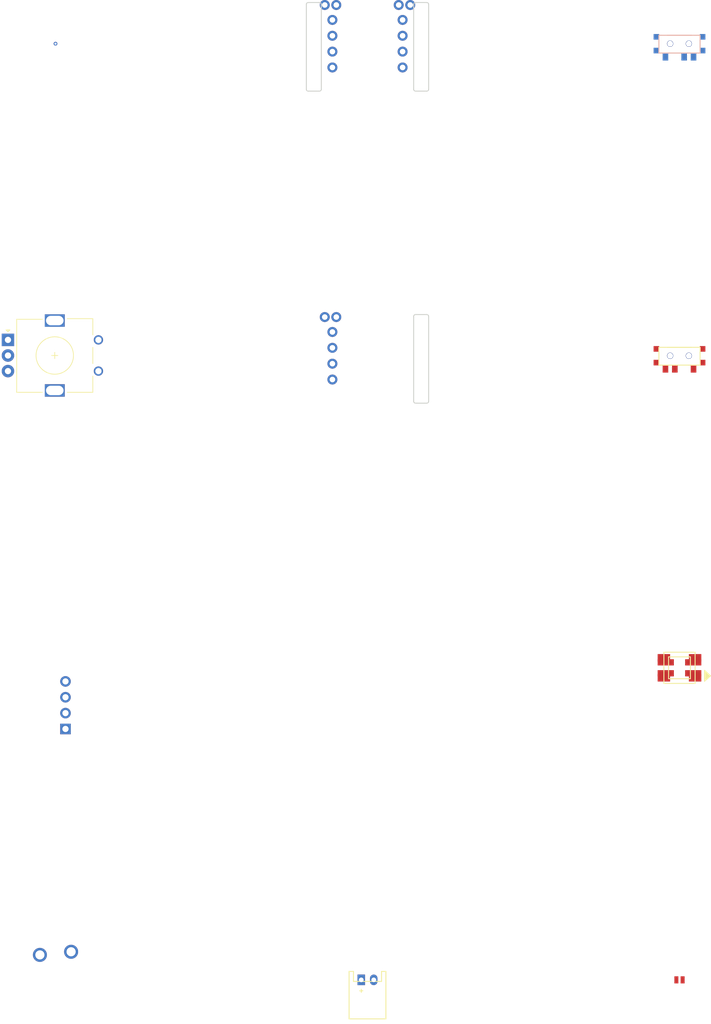
<source format=kicad_pcb>

            
(kicad_pcb (version 20171130) (host pcbnew 5.1.6)

  (page A3)
  (title_block
    (title pcb)
    (rev v1.0.0)
    (company Unknown)
  )

  (general
    (thickness 1.6)
  )

  (layers
    (0 F.Cu signal)
    (31 B.Cu signal)
    (32 B.Adhes user)
    (33 F.Adhes user)
    (34 B.Paste user)
    (35 F.Paste user)
    (36 B.SilkS user)
    (37 F.SilkS user)
    (38 B.Mask user)
    (39 F.Mask user)
    (40 Dwgs.User user)
    (41 Cmts.User user)
    (42 Eco1.User user)
    (43 Eco2.User user)
    (44 Edge.Cuts user)
    (45 Margin user)
    (46 B.CrtYd user)
    (47 F.CrtYd user)
    (48 B.Fab user)
    (49 F.Fab user)
  )

  (setup
    (last_trace_width 0.25)
    (trace_clearance 0.2)
    (zone_clearance 0.508)
    (zone_45_only no)
    (trace_min 0.2)
    (via_size 0.8)
    (via_drill 0.4)
    (via_min_size 0.4)
    (via_min_drill 0.3)
    (uvia_size 0.3)
    (uvia_drill 0.1)
    (uvias_allowed no)
    (uvia_min_size 0.2)
    (uvia_min_drill 0.1)
    (edge_width 0.05)
    (segment_width 0.2)
    (pcb_text_width 0.3)
    (pcb_text_size 1.5 1.5)
    (mod_edge_width 0.12)
    (mod_text_size 1 1)
    (mod_text_width 0.15)
    (pad_size 1.524 1.524)
    (pad_drill 0.762)
    (pad_to_mask_clearance 0.05)
    (aux_axis_origin 0 0)
    (visible_elements FFFFFF7F)
    (pcbplotparams
      (layerselection 0x010fc_ffffffff)
      (usegerberextensions false)
      (usegerberattributes true)
      (usegerberadvancedattributes true)
      (creategerberjobfile true)
      (excludeedgelayer true)
      (linewidth 0.100000)
      (plotframeref false)
      (viasonmask false)
      (mode 1)
      (useauxorigin false)
      (hpglpennumber 1)
      (hpglpenspeed 20)
      (hpglpendiameter 15.000000)
      (psnegative false)
      (psa4output false)
      (plotreference true)
      (plotvalue true)
      (plotinvisibletext false)
      (padsonsilk false)
      (subtractmaskfromsilk false)
      (outputformat 1)
      (mirror false)
      (drillshape 1)
      (scaleselection 1)
      (outputdirectory ""))
  )

            (net 0 "")
(net 1 "from")
(net 2 "to")
(net 3 "pos")
(net 4 "neg")
(net 5 "VCC")
(net 6 "GND")
(net 7 "SDA")
(net 8 "SCL")
(net 9 "din")
(net 10 "dout")
(net 11 "A")
(net 12 "B")
(net 13 "C")
(net 14 "D")
(net 15 "net")
            
  (net_class Default "This is the default net class."
    (clearance 0.2)
    (trace_width 0.25)
    (via_dia 0.8)
    (via_drill 0.4)
    (uvia_dia 0.3)
    (uvia_drill 0.1)
    (add_net "")
(add_net "from")
(add_net "to")
(add_net "pos")
(add_net "neg")
(add_net "VCC")
(add_net "GND")
(add_net "SDA")
(add_net "SCL")
(add_net "din")
(add_net "dout")
(add_net "A")
(add_net "B")
(add_net "C")
(add_net "D")
(add_net "net")
  )

            

    (module ALPS (layer F.Cu) (tedit 5CF31DEF)

        (at 0 0 0)
        
        
        (fp_text reference "S1" (at 0 0) (layer F.SilkS) hide (effects (font (size 1.27 1.27) (thickness 0.15))))
        (fp_text value "" (at 0 0) (layer F.SilkS) hide (effects (font (size 1.27 1.27) (thickness 0.15))))
        
        
        (fp_line (start -7 -6) (end -7 -7) (layer Dwgs.User) (width 0.15))
        (fp_line (start -7 7) (end -6 7) (layer Dwgs.User) (width 0.15))
        (fp_line (start -6 -7) (end -7 -7) (layer Dwgs.User) (width 0.15))
        (fp_line (start -7 7) (end -7 6) (layer Dwgs.User) (width 0.15))
        (fp_line (start 7 6) (end 7 7) (layer Dwgs.User) (width 0.15))
        (fp_line (start 7 -7) (end 6 -7) (layer Dwgs.User) (width 0.15))
        (fp_line (start 6 7) (end 7 7) (layer Dwgs.User) (width 0.15))
        (fp_line (start 7 -7) (end 7 -6) (layer Dwgs.User) (width 0.15))

        
        (pad 1 thru_hole circle (at 2.5 -4.5) (size 2.25 2.25) (drill 1.47) (layers *.Cu *.Mask) (net 1 "from"))
        (pad 2 thru_hole circle (at -2.5 -4) (size 2.25 2.25) (drill 1.47) (layers *.Cu *.Mask) (net 2 "to"))
    )

    

    
    (module JST_PH_S2B-PH-K_02x2.00mm_Angled (layer F.Cu) (tedit 58D3FE32)

        (descr "JST PH series connector, S2B-PH-K, side entry type, through hole, Datasheet: http://www.jst-mfg.com/product/pdf/eng/ePH.pdf")
        (tags "connector jst ph")

        (at 50 0 0)

        
        (fp_text reference "JST1" (at 0 0) (layer F.SilkS) hide (effects (font (size 1.27 1.27) (thickness 0.15))))
        (fp_text value "" (at 0 0) (layer F.SilkS) hide (effects (font (size 1.27 1.27) (thickness 0.15))))

        (fp_line (start -2.25 0.25) (end -2.25 -1.35) (layer F.SilkS) (width 0.15))
        (fp_line (start -2.25 -1.35) (end -2.95 -1.35) (layer F.SilkS) (width 0.15))
        (fp_line (start -2.95 -1.35) (end -2.95 6.25) (layer F.SilkS) (width 0.15))
        (fp_line (start -2.95 6.25) (end 2.95 6.25) (layer F.SilkS) (width 0.15))
        (fp_line (start 2.95 6.25) (end 2.95 -1.35) (layer F.SilkS) (width 0.15))
        (fp_line (start 2.95 -1.35) (end 2.25 -1.35) (layer F.SilkS) (width 0.15))
        (fp_line (start 2.25 -1.35) (end 2.25 0.25) (layer F.SilkS) (width 0.15))
        (fp_line (start 2.25 0.25) (end -2.25 0.25) (layer F.SilkS) (width 0.15))

        (fp_line (start -1 1.5) (end -1 2.0) (layer F.SilkS) (width 0.15))
        (fp_line (start -1.25 1.75) (end -0.75 1.75) (layer F.SilkS) (width 0.15))

        (pad 1 thru_hole rect (at -1 0 0) (size 1.2 1.7) (drill 0.75) (layers *.Cu *.Mask) (net 3 "pos"))
        (pad 2 thru_hole oval (at 1 0 0) (size 1.2 1.7) (drill 0.75) (layers *.Cu *.Mask) (net 4 "neg"))
            
    )
    
    

        (module lib:Jumper (layer F.Cu) (tedit 5E1ADAC2)
        (at 100 0 0) 

                
        (fp_text reference "J1" (at 0 0) (layer F.SilkS) hide (effects (font (size 1.27 1.27) (thickness 0.15))))
        (fp_text value Jumper (at 0 -7.3) (layer F.Fab) (effects (font (size 1 1) (thickness 0.15))))

        
        (pad 1 smd rect (at -0.50038 0 0) (size 0.635 1.143) (layers F.Cu F.Paste F.Mask)
        (clearance 0.1905) (net 1 "from"))
        (pad 2 smd rect (at 0.50038 0 0) (size 0.635 1.143) (layers F.Cu F.Paste F.Mask)
        (clearance 0.1905) (net 2 "to")))
    

        (module lib:OLED_headers (layer F.Cu) (tedit 5E1ADAC2)
        (at 0 -50 0) 

                
        (fp_text reference "OLED1" (at 0 0) (layer F.SilkS) hide (effects (font (size 1.27 1.27) (thickness 0.15))))
        (fp_text value OLED (at 0 -7.3) (layer F.Fab) (effects (font (size 1 1) (thickness 0.15))))

        
        (pad 4 thru_hole oval (at 1.6 2.18 270) (size 1.7 1.7) (drill 1) (layers *.Cu *.Mask)
        (net 7 "SDA"))
        (pad 3 thru_hole oval (at 1.6 4.72 270) (size 1.7 1.7) (drill 1) (layers *.Cu *.Mask)
        (net 8 "SCL"))
        (pad 2 thru_hole oval (at 1.6 7.26 270) (size 1.7 1.7) (drill 1) (layers *.Cu *.Mask)
        (net 5 "VCC"))
        (pad 1 thru_hole rect (at 1.6 9.8 270) (size 1.7 1.7) (drill 1) (layers *.Cu *.Mask)
        (net 6 "GND"))
        )
        

    
    (module OMRON_B3F-4055 (layer F.Cu) (tstamp 5BF2CC94)

        (at 50 -50 0)
        
        (fp_text reference "S2" (at 0 0) (layer F.SilkS) hide (effects (font (size 1.27 1.27) (thickness 0.15))))
        (fp_text value "" (at 0 0) (layer F.SilkS) hide (effects (font (size 1.27 1.27) (thickness 0.15))))
        
        
        (pad "" np_thru_hole circle (at 0 -4.5) (size 1.8 1.8) (drill 1.8) (layers *.Cu *.Mask))
        (pad "" np_thru_hole circle (at 0 4.5) (size 1.8 1.8) (drill 1.8) (layers *.Cu *.Mask))

        
        (fp_line (start -6 -6) (end 6 -6) (layer Dwgs.User) (width 0.15))
        (fp_line (start 6 -6) (end 6 6) (layer Dwgs.User) (width 0.15))
        (fp_line (start 6 6) (end -6 6) (layer Dwgs.User) (width 0.15))
        (fp_line (start -6 6) (end -6 -6) (layer Dwgs.User) (width 0.15))

        
        (pad 1 np_thru_hole circle (at 6.25 -2.5) (size 1.2 1.2) (drill 1.2) (layers *.Cu *.Mask) (net 1 "from"))
        (pad 2 np_thru_hole circle (at -6.25 -2.5) (size 1.2 1.2) (drill 1.2) (layers *.Cu *.Mask) (net 1 "from"))
        (pad 3 np_thru_hole circle (at 6.25 2.5) (size 1.2 1.2) (drill 1.2) (layers *.Cu *.Mask) (net 2 "to"))
        (pad 4 np_thru_hole circle (at -6.25 2.5 ) (size 1.2 1.2) (drill 1.2) (layers *.Cu *.Mask) (net 2 "to"))
    )
    
    

    
        (module WS2812B (layer F.Cu) (tedit 53BEE615)

            (at 100 -50 0)

            
            (fp_text reference "LED1" (at 0 0) (layer F.SilkS) hide (effects (font (size 1.27 1.27) (thickness 0.15))))
            (fp_text value "" (at 0 0) (layer F.SilkS) hide (effects (font (size 1.27 1.27) (thickness 0.15))))

            (fp_line (start -1.75 -1.75) (end -1.75 1.75) (layer F.SilkS) (width 0.15))
            (fp_line (start -1.75 1.75) (end 1.75 1.75) (layer F.SilkS) (width 0.15))
            (fp_line (start 1.75 1.75) (end 1.75 -1.75) (layer F.SilkS) (width 0.15))
            (fp_line (start 1.75 -1.75) (end -1.75 -1.75) (layer F.SilkS) (width 0.15))

            (fp_line (start -2.5 -2.5) (end -2.5 2.5) (layer F.SilkS) (width 0.15))
            (fp_line (start -2.5 2.5) (end 2.5 2.5) (layer F.SilkS) (width 0.15))
            (fp_line (start 2.5 2.5) (end 2.5 -2.5) (layer F.SilkS) (width 0.15))
            (fp_line (start 2.5 -2.5) (end -2.5 -2.5) (layer F.SilkS) (width 0.15))

            (fp_poly (pts (xy 4 2.2) (xy 4 0.375) (xy 5 1.2875)) (layer F.SilkS) (width 0.1))

            (pad 1 smd rect (at -2.2 -0.875 0) (size 2.6 1) (layers F.Cu F.Paste F.Mask) (net 5 "VCC"))
            (pad 2 smd rect (at -2.2 0.875 0) (size 2.6 1) (layers F.Cu F.Paste F.Mask) (net 10 "dout"))
            (pad 3 smd rect (at 2.2 0.875 0) (size 2.6 1) (layers F.Cu F.Paste F.Mask) (net 6 "GND"))
            (pad 4 smd rect (at 2.2 -0.875 0) (size 2.6 1) (layers F.Cu F.Paste F.Mask) (net 9 "din"))

            (pad 11 smd rect (at -2.5 -1.6 0) (size 2 1.2) (layers F.Cu F.Paste F.Mask) (net 5 "VCC"))
            (pad 22 smd rect (at -2.5 1.6 0) (size 2 1.2) (layers F.Cu F.Paste F.Mask) (net 10 "dout"))
            (pad 33 smd rect (at 2.5 1.6 0) (size 2 1.2) (layers F.Cu F.Paste F.Mask) (net 6 "GND"))
            (pad 44 smd rect (at 2.5 -1.6 0) (size 2 1.2) (layers F.Cu F.Paste F.Mask) (net 9 "din"))
            
        )
    
    

        (module rotary_encoder (layer F.Cu) (tedit 603326DE)

            (at 0 -100 0)
        
            
            (fp_text reference "ROT1" (at 0 0.5) (layer F.SilkS) 
                hide (effects (font (size 1 1) (thickness 0.15))))
            (fp_text value "" (at 0 8.89) (layer F.Fab)
                (effects (font (size 1 1) (thickness 0.15))))

            
            (fp_line (start -0.62 -0.04) (end 0.38 -0.04) (layer F.SilkS) (width 0.12))
            (fp_line (start -0.12 -0.54) (end -0.12 0.46) (layer F.SilkS) (width 0.12))
            (fp_line (start 5.98 3.26) (end 5.98 5.86) (layer F.SilkS) (width 0.12))
            (fp_line (start 5.98 -1.34) (end 5.98 1.26) (layer F.SilkS) (width 0.12))
            (fp_line (start 5.98 -5.94) (end 5.98 -3.34) (layer F.SilkS) (width 0.12))
            (fp_line (start -3.12 -0.04) (end 2.88 -0.04) (layer F.Fab) (width 0.12))
            (fp_line (start -0.12 -3.04) (end -0.12 2.96) (layer F.Fab) (width 0.12))
            (fp_line (start -7.32 -4.14) (end -7.62 -3.84) (layer F.SilkS) (width 0.12))
            (fp_line (start -7.92 -4.14) (end -7.32 -4.14) (layer F.SilkS) (width 0.12))
            (fp_line (start -7.62 -3.84) (end -7.92 -4.14) (layer F.SilkS) (width 0.12))
            (fp_line (start -6.22 -5.84) (end -6.22 5.86) (layer F.SilkS) (width 0.12))
            (fp_line (start -2.12 -5.84) (end -6.22 -5.84) (layer F.SilkS) (width 0.12))
            (fp_line (start -2.12 5.86) (end -6.22 5.86) (layer F.SilkS) (width 0.12))
            (fp_line (start 5.98 5.86) (end 1.88 5.86) (layer F.SilkS) (width 0.12))
            (fp_line (start 1.88 -5.94) (end 5.98 -5.94) (layer F.SilkS) (width 0.12))
            (fp_line (start -6.12 -4.74) (end -5.12 -5.84) (layer F.Fab) (width 0.12))
            (fp_line (start -6.12 5.76) (end -6.12 -4.74) (layer F.Fab) (width 0.12))
            (fp_line (start 5.88 5.76) (end -6.12 5.76) (layer F.Fab) (width 0.12))
            (fp_line (start 5.88 -5.84) (end 5.88 5.76) (layer F.Fab) (width 0.12))
            (fp_line (start -5.12 -5.84) (end 5.88 -5.84) (layer F.Fab) (width 0.12))
            (fp_line (start -8.87 -6.89) (end 7.88 -6.89) (layer F.CrtYd) (width 0.05))
            (fp_line (start -8.87 -6.89) (end -8.87 6.81) (layer F.CrtYd) (width 0.05))
            (fp_line (start 7.88 6.81) (end 7.88 -6.89) (layer F.CrtYd) (width 0.05))
            (fp_line (start 7.88 6.81) (end -8.87 6.81) (layer F.CrtYd) (width 0.05))
            (fp_circle (center -0.12 -0.04) (end 2.88 -0.04) (layer F.SilkS) (width 0.12))
            (fp_circle (center -0.12 -0.04) (end 2.88 -0.04) (layer F.Fab) (width 0.12))

            
            (pad A thru_hole rect (at -7.62 -2.54 0) (size 2 2) (drill 1) (layers *.Cu *.Mask) (net 11 "A"))
            (pad C thru_hole circle (at -7.62 -0.04) (size 2 2) (drill 1) (layers *.Cu *.Mask) (net 13 "C"))
            (pad B thru_hole circle (at -7.62 2.46) (size 2 2) (drill 1) (layers *.Cu *.Mask) (net 12 "B"))
            (pad 1 thru_hole circle (at 6.88 -2.54) (size 1.5 1.5) (drill 1) (layers *.Cu *.Mask) (net 1 "from"))
            (pad 2 thru_hole circle (at 6.88 2.46) (size 1.5 1.5) (drill 1) (layers *.Cu *.Mask) (net 2 "to"))

            
            (pad "" thru_hole rect (at -0.12 -5.64 0) (size 3.2 2) (drill oval 2.8 1.5) (layers *.Cu *.Mask))
            (pad "" thru_hole rect (at -0.12 5.56 0)  (size 3.2 2) (drill oval 2.8 1.5) (layers *.Cu *.Mask))
        )
    

        
        (module RollerEncoder_Panasonic_EVQWGD001 (layer F.Cu) (tedit 6040A10C)
        (at 50 -100 0)   
        (fp_text reference REF** (at 0 0 0) (layer F.Fab) (effects (font (size 1 1) (thickness 0.15))))
        (fp_text value RollerEncoder_Panasonic_EVQWGD001 (at -0.1 9 0) (layer F.Fab) (effects (font (size 1 1) (thickness 0.15))))
        
        
        (fp_line (start -8.4 -6.4) (end 8.4 -6.4) (layer Dwgs.User) (width 0.12))
        (fp_line (start 8.4 -6.4) (end 8.4 7.4) (layer Dwgs.User) (width 0.12))
        (fp_line (start 8.4 7.4) (end -8.4 7.4) (layer Dwgs.User) (width 0.12))
        (fp_line (start -8.4 7.4) (end -8.4 -6.4) (layer Dwgs.User) (width 0.12))
      
        
          
          (fp_line (start 9.8 7.3) (end 9.8 -6.3) (layer Edge.Cuts) (width 0.15))
          (fp_line (start 7.4 -6.3) (end 7.4 7.3) (layer Edge.Cuts) (width 0.15))
          (fp_line (start 9.5 -6.6) (end 7.7 -6.6) (layer Edge.Cuts) (width 0.15))
          (fp_line (start 7.7 7.6) (end 9.5 7.6) (layer Edge.Cuts) (width 0.15))
          (fp_arc (start 7.7 7.3) (end 7.4 7.3) (angle -90) (layer Edge.Cuts) (width 0.15))
          (fp_arc (start 9.5 7.3) (end 9.5 7.6) (angle -90) (layer Edge.Cuts) (width 0.15))
          (fp_arc (start 7.7 -6.3) (end 7.7 -6.6) (angle -90) (layer Edge.Cuts) (width 0.15))
          (fp_arc (start 9.5 -6.3) (end 9.8 -6.3) (angle -90) (layer Edge.Cuts) (width 0.15))

          
          (pad S1 thru_hole circle (at -6.85 -6.2 0) (size 1.6 1.6) (drill 0.9) (layers *.Cu *.Mask) (net 1 "from"))
          (pad S2 thru_hole circle (at -5 -6.2 0) (size 1.6 1.6) (drill 0.9) (layers *.Cu *.Mask) (net 2 "to"))
          (pad A thru_hole circle (at -5.625 -3.81 0) (size 1.6 1.6) (drill 0.9) (layers *.Cu *.Mask) (net 11 "A"))
          (pad B thru_hole circle (at -5.625 -1.27 0) (size 1.6 1.6) (drill 0.9) (layers *.Cu *.Mask) (net 12 "B"))
          (pad C thru_hole circle (at -5.625 1.27 0) (size 1.6 1.6) (drill 0.9) (layers *.Cu *.Mask) (net 13 "C"))
          (pad D thru_hole circle (at -5.625 3.81 0) (size 1.6 1.6) (drill 0.9) (layers *.Cu *.Mask) (net 14 "D"))

          
          (pad "" np_thru_hole circle (at -5.625 6.3 0) (size 1.5 1.5) (drill 1.5) (layers *.Cu *.Mask))
        )
        

        
        (module E73:SPDT_C128955 (layer F.Cu) (tstamp 5BF2CC3C)

            (at 100 -100 0)

            
            (fp_text reference "T1" (at 0 0) (layer F.SilkS) hide (effects (font (size 1.27 1.27) (thickness 0.15))))
            (fp_text value "" (at 0 0) (layer F.SilkS) hide (effects (font (size 1.27 1.27) (thickness 0.15))))
            
            
            (fp_line (start 1.95 -1.35) (end -1.95 -1.35) (layer F.SilkS) (width 0.15))
            (fp_line (start 0 -1.35) (end -3.3 -1.35) (layer F.SilkS) (width 0.15))
            (fp_line (start -3.3 -1.35) (end -3.3 1.5) (layer F.SilkS) (width 0.15))
            (fp_line (start -3.3 1.5) (end 3.3 1.5) (layer F.SilkS) (width 0.15))
            (fp_line (start 3.3 1.5) (end 3.3 -1.35) (layer F.SilkS) (width 0.15))
            (fp_line (start 0 -1.35) (end 3.3 -1.35) (layer F.SilkS) (width 0.15))
            
            
            (fp_line (start -1.95 -3.85) (end 1.95 -3.85) (layer Dwgs.User) (width 0.15))
            (fp_line (start 1.95 -3.85) (end 1.95 -1.35) (layer Dwgs.User) (width 0.15))
            (fp_line (start -1.95 -1.35) (end -1.95 -3.85) (layer Dwgs.User) (width 0.15))
            
            
            (pad "" np_thru_hole circle (at 1.5 0) (size 1 1) (drill 0.9) (layers *.Cu *.Mask))
            (pad "" np_thru_hole circle (at -1.5 0) (size 1 1) (drill 0.9) (layers *.Cu *.Mask))

            
            (pad 1 smd rect (at 2.25 2.075 0) (size 0.9 1.25) (layers F.Cu F.Paste F.Mask) (net 1 "from"))
            (pad 2 smd rect (at -0.75 2.075 0) (size 0.9 1.25) (layers F.Cu F.Paste F.Mask) (net 2 "to"))
            (pad 3 smd rect (at -2.25 2.075 0) (size 0.9 1.25) (layers F.Cu F.Paste F.Mask))
            
            
            (pad "" smd rect (at 3.7 -1.1 0) (size 0.9 0.9) (layers F.Cu F.Paste F.Mask))
            (pad "" smd rect (at 3.7 1.1 0) (size 0.9 0.9) (layers F.Cu F.Paste F.Mask))
            (pad "" smd rect (at -3.7 1.1 0) (size 0.9 0.9) (layers F.Cu F.Paste F.Mask))
            (pad "" smd rect (at -3.7 -1.1 0) (size 0.9 0.9) (layers F.Cu F.Paste F.Mask))
        )
        
        

      (module VIA-0.6mm (layer F.Cu) (tedit 591DBFB0)
      (at 0 -150 0)   
      
      (fp_text reference REF** (at 0 1.4) (layer F.SilkS) hide (effects (font (size 1 1) (thickness 0.15))))
      (fp_text value VIA-0.6mm (at 0 -1.4) (layer F.Fab) hide (effects (font (size 1 1) (thickness 0.15))))

      
      (pad 1 thru_hole circle (at 0 0) (size 0.6 0.6) (drill 0.3) (layers *.Cu) (zone_connect 2) (net 15 "net"))
      )
    

        
        (module RollerEncoder_Panasonic_EVQWGD001 (layer F.Cu) (tedit 6040A10C)
        (at 50 -150 0)   
        (fp_text reference REF** (at 0 0 0) (layer F.Fab) (effects (font (size 1 1) (thickness 0.15))))
        (fp_text value RollerEncoder_Panasonic_EVQWGD001 (at -0.1 9 0) (layer F.Fab) (effects (font (size 1 1) (thickness 0.15))))
        
        
        (fp_line (start -8.4 -6.4) (end 8.4 -6.4) (layer Dwgs.User) (width 0.12))
        (fp_line (start 8.4 -6.4) (end 8.4 7.4) (layer Dwgs.User) (width 0.12))
        (fp_line (start 8.4 7.4) (end -8.4 7.4) (layer Dwgs.User) (width 0.12))
        (fp_line (start -8.4 7.4) (end -8.4 -6.4) (layer Dwgs.User) (width 0.12))
      
        
          
          (fp_line (start 9.8 7.3) (end 9.8 -6.3) (layer Edge.Cuts) (width 0.15))
          (fp_line (start 7.4 -6.3) (end 7.4 7.3) (layer Edge.Cuts) (width 0.15))
          (fp_line (start 9.5 -6.6) (end 7.7 -6.6) (layer Edge.Cuts) (width 0.15))
          (fp_line (start 7.7 7.6) (end 9.5 7.6) (layer Edge.Cuts) (width 0.15))
          (fp_arc (start 7.7 7.3) (end 7.4 7.3) (angle -90) (layer Edge.Cuts) (width 0.15))
          (fp_arc (start 9.5 7.3) (end 9.5 7.6) (angle -90) (layer Edge.Cuts) (width 0.15))
          (fp_arc (start 7.7 -6.3) (end 7.7 -6.6) (angle -90) (layer Edge.Cuts) (width 0.15))
          (fp_arc (start 9.5 -6.3) (end 9.8 -6.3) (angle -90) (layer Edge.Cuts) (width 0.15))

          
          (pad S1 thru_hole circle (at -6.85 -6.2 0) (size 1.6 1.6) (drill 0.9) (layers *.Cu *.Mask) (net 1 "from"))
          (pad S2 thru_hole circle (at -5 -6.2 0) (size 1.6 1.6) (drill 0.9) (layers *.Cu *.Mask) (net 2 "to"))
          (pad A thru_hole circle (at -5.625 -3.81 0) (size 1.6 1.6) (drill 0.9) (layers *.Cu *.Mask) (net 11 "A"))
          (pad B thru_hole circle (at -5.625 -1.27 0) (size 1.6 1.6) (drill 0.9) (layers *.Cu *.Mask) (net 12 "B"))
          (pad C thru_hole circle (at -5.625 1.27 0) (size 1.6 1.6) (drill 0.9) (layers *.Cu *.Mask) (net 13 "C"))
          (pad D thru_hole circle (at -5.625 3.81 0) (size 1.6 1.6) (drill 0.9) (layers *.Cu *.Mask) (net 14 "D"))

          
          (pad "" np_thru_hole circle (at -5.625 6.3 0) (size 1.5 1.5) (drill 1.5) (layers *.Cu *.Mask))
        
        
          
          (fp_line (start -9.8 7.3) (end -9.8 -6.3) (layer Edge.Cuts) (width 0.15))
          (fp_line (start -7.4 -6.3) (end -7.4 7.3) (layer Edge.Cuts) (width 0.15))
          (fp_line (start -9.5 -6.6) (end -7.7 -6.6) (layer Edge.Cuts) (width 0.15))
          (fp_line (start -7.7 7.6) (end -9.5 7.6) (layer Edge.Cuts) (width 0.15))
          (fp_arc (start -7.7 7.3) (end -7.4 7.3) (angle 90) (layer Edge.Cuts) (width 0.15))
          (fp_arc (start -9.5 7.3) (end -9.5 7.6) (angle 90) (layer Edge.Cuts) (width 0.15))
          (fp_arc (start -7.7 -6.3) (end -7.7 -6.6) (angle 90) (layer Edge.Cuts) (width 0.15))
          (fp_arc (start -9.5 -6.3) (end -9.8 -6.3) (angle 90) (layer Edge.Cuts) (width 0.15))

          
          (pad S1 thru_hole circle (at 6.85 -6.2 0) (size 1.6 1.6) (drill 0.9) (layers *.Cu *.Mask) (net 1 "from"))
          (pad S2 thru_hole circle (at 5 -6.2 0) (size 1.6 1.6) (drill 0.9) (layers *.Cu *.Mask) (net 2 "to"))
          (pad A thru_hole circle (at 5.625 -3.81 0) (size 1.6 1.6) (drill 0.9) (layers *.Cu *.Mask) (net 11 "A"))
          (pad B thru_hole circle (at 5.625 -1.27 0) (size 1.6 1.6) (drill 0.9) (layers *.Cu *.Mask) (net 12 "B"))
          (pad C thru_hole circle (at 5.625 1.27 0) (size 1.6 1.6) (drill 0.9) (layers *.Cu *.Mask) (net 13 "C"))
          (pad D thru_hole circle (at 5.625 3.81 0) (size 1.6 1.6) (drill 0.9) (layers *.Cu *.Mask) (net 14 "D"))

          
          (pad "" np_thru_hole circle (at 5.625 6.3 0) (size 1.5 1.5) (drill 1.5) (layers *.Cu *.Mask))
        )
        

        
        (module E73:SPDT_C128955 (layer F.Cu) (tstamp 5BF2CC3C)

            (at 100 -150 0)

            
            (fp_text reference "T2" (at 0 0) (layer F.SilkS) hide (effects (font (size 1.27 1.27) (thickness 0.15))))
            (fp_text value "" (at 0 0) (layer F.SilkS) hide (effects (font (size 1.27 1.27) (thickness 0.15))))
            
            
            (fp_line (start 1.95 -1.35) (end -1.95 -1.35) (layer B.SilkS) (width 0.15))
            (fp_line (start 0 -1.35) (end -3.3 -1.35) (layer B.SilkS) (width 0.15))
            (fp_line (start -3.3 -1.35) (end -3.3 1.5) (layer B.SilkS) (width 0.15))
            (fp_line (start -3.3 1.5) (end 3.3 1.5) (layer B.SilkS) (width 0.15))
            (fp_line (start 3.3 1.5) (end 3.3 -1.35) (layer B.SilkS) (width 0.15))
            (fp_line (start 0 -1.35) (end 3.3 -1.35) (layer B.SilkS) (width 0.15))
            
            
            (fp_line (start -1.95 -3.85) (end 1.95 -3.85) (layer Dwgs.User) (width 0.15))
            (fp_line (start 1.95 -3.85) (end 1.95 -1.35) (layer Dwgs.User) (width 0.15))
            (fp_line (start -1.95 -1.35) (end -1.95 -3.85) (layer Dwgs.User) (width 0.15))
            
            
            (pad "" np_thru_hole circle (at 1.5 0) (size 1 1) (drill 0.9) (layers *.Cu *.Mask))
            (pad "" np_thru_hole circle (at -1.5 0) (size 1 1) (drill 0.9) (layers *.Cu *.Mask))

            
            (pad 1 smd rect (at -2.25 2.075 0) (size 0.9 1.25) (layers B.Cu B.Paste B.Mask) (net 1 "from"))
            (pad 2 smd rect (at 0.75 2.075 0) (size 0.9 1.25) (layers B.Cu B.Paste B.Mask) (net 2 "to"))
            (pad 3 smd rect (at 2.25 2.075 0) (size 0.9 1.25) (layers B.Cu B.Paste B.Mask))
            
            
            (pad "" smd rect (at 3.7 -1.1 0) (size 0.9 0.9) (layers B.Cu B.Paste B.Mask))
            (pad "" smd rect (at 3.7 1.1 0) (size 0.9 0.9) (layers B.Cu B.Paste B.Mask))
            (pad "" smd rect (at -3.7 1.1 0) (size 0.9 0.9) (layers B.Cu B.Paste B.Mask))
            (pad "" smd rect (at -3.7 -1.1 0) (size 0.9 0.9) (layers B.Cu B.Paste B.Mask))
        )
        
        
            
            
)

        
</source>
